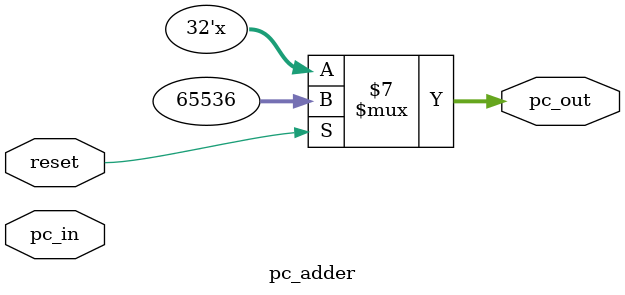
<source format=v>
module pc_adder(
  input reset, 
  input [31:0] pc_in, 
  
  output [31:0] pc_out
);

  reg [31:0] pc_out;

  always @(*) begin
    if(reset)
      pc_out <= 32'h0x00010000;
    else
      oc_out <= pc_in + 32'd4;
  end

endmodule // pc
</source>
